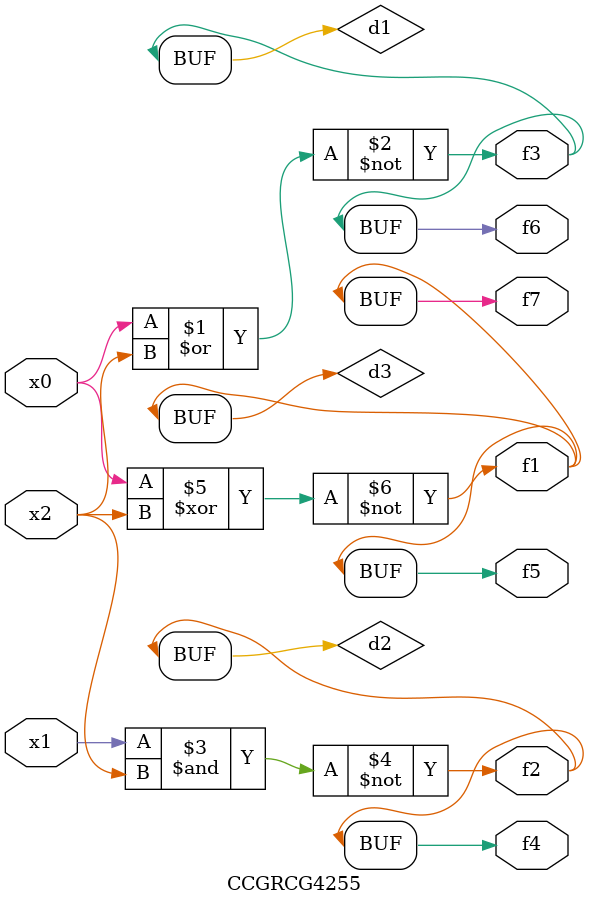
<source format=v>
module CCGRCG4255(
	input x0, x1, x2,
	output f1, f2, f3, f4, f5, f6, f7
);

	wire d1, d2, d3;

	nor (d1, x0, x2);
	nand (d2, x1, x2);
	xnor (d3, x0, x2);
	assign f1 = d3;
	assign f2 = d2;
	assign f3 = d1;
	assign f4 = d2;
	assign f5 = d3;
	assign f6 = d1;
	assign f7 = d3;
endmodule

</source>
